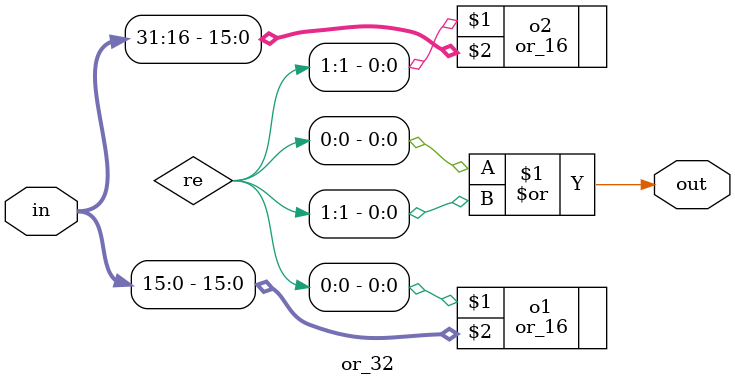
<source format=sv>
`timescale 1ns/10ps
module or_32 (out,in);
	input logic [31:0]in;
	output logic out;
	
	logic [1:0]re;
	
	or_16 o1(re[0],in[15:0]);
	or_16 o2(re[1],in[31:16]);
	or #50 o3(out,re[0],re[1]);

endmodule
</source>
